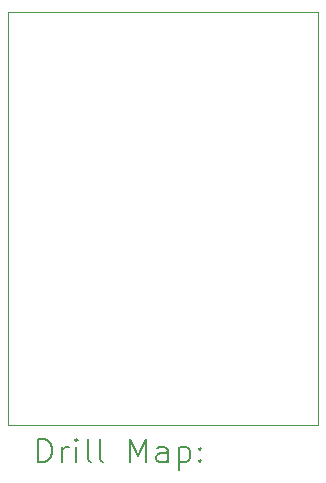
<source format=gbr>
%FSLAX45Y45*%
G04 Gerber Fmt 4.5, Leading zero omitted, Abs format (unit mm)*
G04 Created by KiCad (PCBNEW (6.0.4)) date 2022-03-20 22:02:29*
%MOMM*%
%LPD*%
G01*
G04 APERTURE LIST*
%TA.AperFunction,Profile*%
%ADD10C,0.100000*%
%TD*%
%ADD11C,0.200000*%
G04 APERTURE END LIST*
D10*
X12022935Y-8382000D02*
X9403251Y-8382000D01*
X9403251Y-8382000D02*
X9403251Y-4882412D01*
X9403251Y-4882412D02*
X12022935Y-4882412D01*
X12022935Y-4882412D02*
X12022935Y-8382000D01*
D11*
X9655870Y-8697476D02*
X9655870Y-8497476D01*
X9703489Y-8497476D01*
X9732061Y-8507000D01*
X9751108Y-8526048D01*
X9760632Y-8545095D01*
X9770156Y-8583190D01*
X9770156Y-8611762D01*
X9760632Y-8649857D01*
X9751108Y-8668905D01*
X9732061Y-8687952D01*
X9703489Y-8697476D01*
X9655870Y-8697476D01*
X9855870Y-8697476D02*
X9855870Y-8564143D01*
X9855870Y-8602238D02*
X9865394Y-8583190D01*
X9874918Y-8573667D01*
X9893966Y-8564143D01*
X9913013Y-8564143D01*
X9979680Y-8697476D02*
X9979680Y-8564143D01*
X9979680Y-8497476D02*
X9970156Y-8507000D01*
X9979680Y-8516524D01*
X9989204Y-8507000D01*
X9979680Y-8497476D01*
X9979680Y-8516524D01*
X10103489Y-8697476D02*
X10084442Y-8687952D01*
X10074918Y-8668905D01*
X10074918Y-8497476D01*
X10208251Y-8697476D02*
X10189204Y-8687952D01*
X10179680Y-8668905D01*
X10179680Y-8497476D01*
X10436823Y-8697476D02*
X10436823Y-8497476D01*
X10503489Y-8640333D01*
X10570156Y-8497476D01*
X10570156Y-8697476D01*
X10751108Y-8697476D02*
X10751108Y-8592714D01*
X10741585Y-8573667D01*
X10722537Y-8564143D01*
X10684442Y-8564143D01*
X10665394Y-8573667D01*
X10751108Y-8687952D02*
X10732061Y-8697476D01*
X10684442Y-8697476D01*
X10665394Y-8687952D01*
X10655870Y-8668905D01*
X10655870Y-8649857D01*
X10665394Y-8630810D01*
X10684442Y-8621286D01*
X10732061Y-8621286D01*
X10751108Y-8611762D01*
X10846347Y-8564143D02*
X10846347Y-8764143D01*
X10846347Y-8573667D02*
X10865394Y-8564143D01*
X10903489Y-8564143D01*
X10922537Y-8573667D01*
X10932061Y-8583190D01*
X10941585Y-8602238D01*
X10941585Y-8659381D01*
X10932061Y-8678429D01*
X10922537Y-8687952D01*
X10903489Y-8697476D01*
X10865394Y-8697476D01*
X10846347Y-8687952D01*
X11027299Y-8678429D02*
X11036823Y-8687952D01*
X11027299Y-8697476D01*
X11017775Y-8687952D01*
X11027299Y-8678429D01*
X11027299Y-8697476D01*
X11027299Y-8573667D02*
X11036823Y-8583190D01*
X11027299Y-8592714D01*
X11017775Y-8583190D01*
X11027299Y-8573667D01*
X11027299Y-8592714D01*
M02*

</source>
